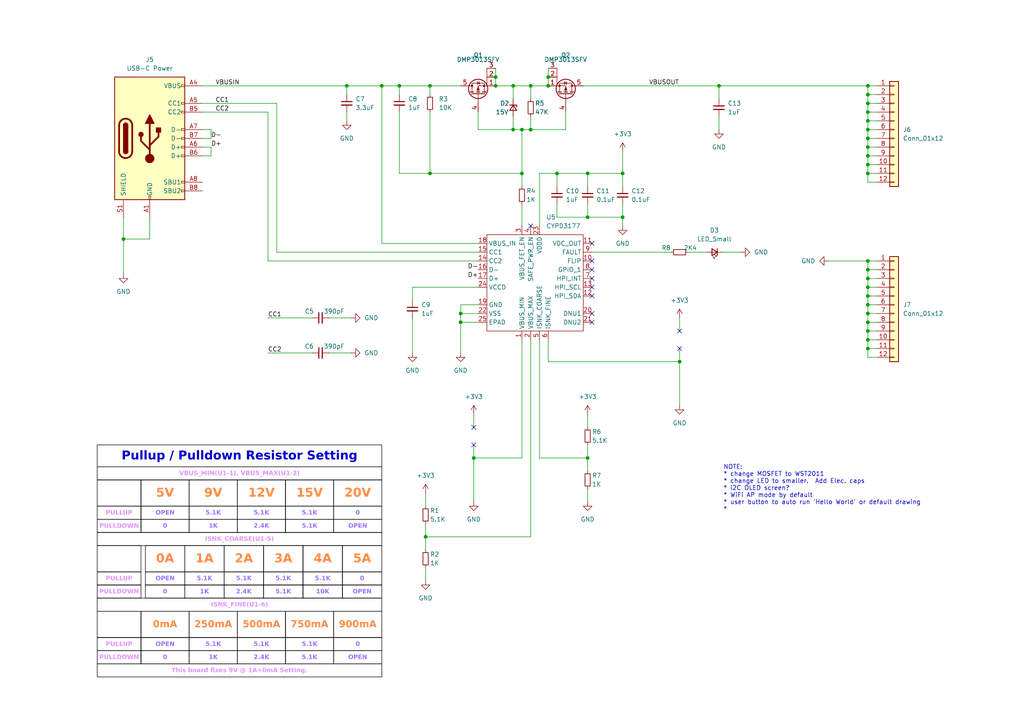
<source format=kicad_sch>
(kicad_sch (version 20230121) (generator eeschema)
  (paper "A4")
  (lib_symbols
    (symbol "Blot:CYPD3177"
      (property "Reference" "U" (at -12.7 15.24 0))
      (property "Value" "CYPD3177" (at 8.89 15.24 0))
      (symbol "CYPD3177_0_1"
        (rectangle (start -13.97 13.97) (end 13.97 -13.97))
      )
      (symbol "CYPD3177_1_1"
        (pin input line (at -3.81 -16.51 90) (length 2.54) (name "VBUS_MIN") (number "1"))
        (pin input line (at 16.51 6.35 180) (length 2.54) (name "FLIP") (number "10"))
        (pin input line (at 16.51 11.43 180) (length 2.54) (name "VDC_OUT") (number "11"))
        (pin input line (at 16.51 -3.81 180) (length 2.54) (name "HPI_SDA") (number "12"))
        (pin input line (at 16.51 -1.27 180) (length 2.54) (name "HPI_SCL") (number "13"))
        (pin input line (at -16.51 6.35 0) (length 2.54) (name "CC2") (number "14"))
        (pin input line (at -16.51 8.89 0) (length 2.54) (name "CC1") (number "15"))
        (pin input line (at -16.51 3.81 0) (length 2.54) (name "D-") (number "16"))
        (pin input line (at -16.51 1.27 0) (length 2.54) (name "D+") (number "17"))
        (pin input line (at -16.51 11.43 0) (length 2.54) (name "VBUS_IN") (number "18"))
        (pin input line (at -16.51 -6.35 0) (length 2.54) (name "GND") (number "19"))
        (pin input line (at -1.27 -16.51 90) (length 2.54) (name "VBUS_MAX") (number "2"))
        (pin input line (at 16.51 -8.89 180) (length 2.54) (name "DNU1") (number "20"))
        (pin input line (at 16.51 -11.43 180) (length 2.54) (name "DNU2") (number "21"))
        (pin input line (at -16.51 -8.89 0) (length 2.54) (name "VSS") (number "22"))
        (pin input line (at 1.27 16.51 270) (length 2.54) (name "VDDD") (number "23"))
        (pin input line (at -16.51 -1.27 0) (length 2.54) (name "VCCD") (number "24"))
        (pin input line (at -16.51 -11.43 0) (length 2.54) (name "EPAD") (number "25"))
        (pin input line (at -3.81 16.51 270) (length 2.54) (name "VBUS_FET_EN") (number "3"))
        (pin input line (at -1.27 16.51 270) (length 2.54) (name "SAFE_PWR_EN") (number "4"))
        (pin input line (at 1.27 -16.51 90) (length 2.54) (name "ISNK_COARSE") (number "5"))
        (pin input line (at 3.81 -16.51 90) (length 2.54) (name "ISNK_FINE") (number "6"))
        (pin input line (at 16.51 1.27 180) (length 2.54) (name "HPI_INT") (number "7"))
        (pin input line (at 16.51 3.81 180) (length 2.54) (name "GPIO_1") (number "8"))
        (pin input line (at 16.51 8.89 180) (length 2.54) (name "FAULT") (number "9"))
      )
    )
    (symbol "Connector:USB_C_Receptacle_USB2.0" (pin_names (offset 1.016))
      (property "Reference" "J" (at -10.16 19.05 0))
      (property "Value" "USB_C_Receptacle_USB2.0" (at 19.05 19.05 0))
      (symbol "USB_C_Receptacle_USB2.0_0_0"
        (rectangle (start -0.254 -17.78) (end 0.254 -16.764))
        (rectangle (start 10.16 -14.986) (end 9.144 -15.494))
        (rectangle (start 10.16 -12.446) (end 9.144 -12.954))
        (rectangle (start 10.16 -4.826) (end 9.144 -5.334))
        (rectangle (start 10.16 -2.286) (end 9.144 -2.794))
        (rectangle (start 10.16 0.254) (end 9.144 -0.254))
        (rectangle (start 10.16 2.794) (end 9.144 2.286))
        (rectangle (start 10.16 7.874) (end 9.144 7.366))
        (rectangle (start 10.16 10.414) (end 9.144 9.906))
        (rectangle (start 10.16 15.494) (end 9.144 14.986))
      )
      (symbol "USB_C_Receptacle_USB2.0_0_1"
        (rectangle (start -10.16 17.78) (end 10.16 -17.78) (stroke (width 0.254)) (fill (type background)))
        (arc (start -8.89 -3.81) (mid -6.985 -5.7067) (end -5.08 -3.81) (stroke (width 0.508)))
        (arc (start -7.62 -3.81) (mid -6.985 -4.4423) (end -6.35 -3.81) (stroke (width 0.254)))
        (arc (start -7.62 -3.81) (mid -6.985 -4.4423) (end -6.35 -3.81) (stroke (width 0.254)) (fill (type outline)))
        (rectangle (start -7.62 -3.81) (end -6.35 3.81) (stroke (width 0.254)) (fill (type outline)))
        (arc (start -6.35 3.81) (mid -6.985 4.4423) (end -7.62 3.81) (stroke (width 0.254)))
        (arc (start -6.35 3.81) (mid -6.985 4.4423) (end -7.62 3.81) (stroke (width 0.254)) (fill (type outline)))
        (arc (start -5.08 3.81) (mid -6.985 5.7067) (end -8.89 3.81) (stroke (width 0.508)))
        (circle (center -2.54 1.143) (radius 0.635) (stroke (width 0.254)) (fill (type outline)))
        (circle (center 0 -5.842) (radius 1.27) (fill (type outline)))
        (polyline (pts (xy -8.89 -3.81) (xy -8.89 3.81)) (stroke (width 0.508)))
        (polyline (pts (xy -5.08 3.81) (xy -5.08 -3.81)) (stroke (width 0.508)))
        (polyline (pts (xy 0 -5.842) (xy 0 4.318)) (stroke (width 0.508)))
        (polyline (pts (xy 0 -3.302) (xy -2.54 -0.762) (xy -2.54 0.508)) (stroke (width 0.508)))
        (polyline (pts (xy 0 -2.032) (xy 2.54 0.508) (xy 2.54 1.778)) (stroke (width 0.508)))
        (polyline (pts (xy -1.27 4.318) (xy 0 6.858) (xy 1.27 4.318) (xy -1.27 4.318)) (stroke (width 0.254)) (fill (type outline)))
        (rectangle (start 1.905 1.778) (end 3.175 3.048) (stroke (width 0.254)) (fill (type outline)))
      )
      (symbol "USB_C_Receptacle_USB2.0_1_1"
        (pin passive line (at 0 -22.86 90) (length 5.08) (name "GND") (number "A1"))
        (pin passive line (at 0 -22.86 90) (length 5.08) hide (name "GND") (number "A12"))
        (pin passive line (at 15.24 15.24 180) (length 5.08) (name "VBUS") (number "A4"))
        (pin bidirectional line (at 15.24 10.16 180) (length 5.08) (name "CC1") (number "A5"))
        (pin bidirectional line (at 15.24 -2.54 180) (length 5.08) (name "D+") (number "A6"))
        (pin bidirectional line (at 15.24 2.54 180) (length 5.08) (name "D-") (number "A7"))
        (pin bidirectional line (at 15.24 -12.7 180) (length 5.08) (name "SBU1") (number "A8"))
        (pin passive line (at 15.24 15.24 180) (length 5.08) hide (name "VBUS") (number "A9"))
        (pin passive line (at 0 -22.86 90) (length 5.08) hide (name "GND") (number "B1"))
        (pin passive line (at 0 -22.86 90) (length 5.08) hide (name "GND") (number "B12"))
        (pin passive line (at 15.24 15.24 180) (length 5.08) hide (name "VBUS") (number "B4"))
        (pin bidirectional line (at 15.24 7.62 180) (length 5.08) (name "CC2") (number "B5"))
        (pin bidirectional line (at 15.24 -5.08 180) (length 5.08) (name "D+") (number "B6"))
        (pin bidirectional line (at 15.24 0 180) (length 5.08) (name "D-") (number "B7"))
        (pin bidirectional line (at 15.24 -15.24 180) (length 5.08) (name "SBU2") (number "B8"))
        (pin passive line (at 15.24 15.24 180) (length 5.08) hide (name "VBUS") (number "B9"))
        (pin passive line (at -7.62 -22.86 90) (length 5.08) (name "SHIELD") (number "S1"))
      )
    )
    (symbol "Connector_Generic:Conn_01x12" (pin_names (offset 1.016) hide)
      (property "Reference" "J" (at 0 15.24 0))
      (property "Value" "Conn_01x12" (at 0 -17.78 0))
      (symbol "Conn_01x12_1_1"
        (rectangle (start -1.27 -15.113) (end 0 -15.367) (stroke (width 0.1524)))
        (rectangle (start -1.27 -12.573) (end 0 -12.827) (stroke (width 0.1524)))
        (rectangle (start -1.27 -10.033) (end 0 -10.287) (stroke (width 0.1524)))
        (rectangle (start -1.27 -7.493) (end 0 -7.747) (stroke (width 0.1524)))
        (rectangle (start -1.27 -4.953) (end 0 -5.207) (stroke (width 0.1524)))
        (rectangle (start -1.27 -2.413) (end 0 -2.667) (stroke (width 0.1524)))
        (rectangle (start -1.27 0.127) (end 0 -0.127) (stroke (width 0.1524)))
        (rectangle (start -1.27 2.667) (end 0 2.413) (stroke (width 0.1524)))
        (rectangle (start -1.27 5.207) (end 0 4.953) (stroke (width 0.1524)))
        (rectangle (start -1.27 7.747) (end 0 7.493) (stroke (width 0.1524)))
        (rectangle (start -1.27 10.287) (end 0 10.033) (stroke (width 0.1524)))
        (rectangle (start -1.27 12.827) (end 0 12.573) (stroke (width 0.1524)))
        (rectangle (start -1.27 13.97) (end 1.27 -16.51) (stroke (width 0.254)) (fill (type background)))
        (pin passive line (at -5.08 12.7 0) (length 3.81) (name "Pin_1") (number "1"))
        (pin passive line (at -5.08 -10.16 0) (length 3.81) (name "Pin_10") (number "10"))
        (pin passive line (at -5.08 -12.7 0) (length 3.81) (name "Pin_11") (number "11"))
        (pin passive line (at -5.08 -15.24 0) (length 3.81) (name "Pin_12") (number "12"))
        (pin passive line (at -5.08 10.16 0) (length 3.81) (name "Pin_2") (number "2"))
        (pin passive line (at -5.08 7.62 0) (length 3.81) (name "Pin_3") (number "3"))
        (pin passive line (at -5.08 5.08 0) (length 3.81) (name "Pin_4") (number "4"))
        (pin passive line (at -5.08 2.54 0) (length 3.81) (name "Pin_5") (number "5"))
        (pin passive line (at -5.08 0 0) (length 3.81) (name "Pin_6") (number "6"))
        (pin passive line (at -5.08 -2.54 0) (length 3.81) (name "Pin_7") (number "7"))
        (pin passive line (at -5.08 -5.08 0) (length 3.81) (name "Pin_8") (number "8"))
        (pin passive line (at -5.08 -7.62 0) (length 3.81) (name "Pin_9") (number "9"))
      )
    )
    (symbol "Device:C_Small" (pin_numbers hide) (pin_names (offset 0.254) hide)
      (property "Reference" "C" (at 0.254 1.778 0))
      (property "Value" "C_Small" (at 0.254 -2.032 0))
      (symbol "C_Small_0_1"
        (polyline (pts (xy -1.524 -0.508) (xy 1.524 -0.508)) (stroke (width 0.3302)))
        (polyline (pts (xy -1.524 0.508) (xy 1.524 0.508)) (stroke (width 0.3048)))
      )
      (symbol "C_Small_1_1"
        (pin passive line (at 0 2.54 270) (length 2.032) (name "~") (number "1"))
        (pin passive line (at 0 -2.54 90) (length 2.032) (name "~") (number "2"))
      )
    )
    (symbol "Device:D_Zener_Small" (pin_numbers hide) (pin_names (offset 0.254) hide)
      (property "Reference" "D" (at 0 2.286 0))
      (property "Value" "D_Zener_Small" (at 0 -2.286 0))
      (symbol "D_Zener_Small_0_1"
        (polyline (pts (xy 0.762 0) (xy -0.762 0)))
        (polyline (pts (xy -0.254 1.016) (xy -0.762 1.016) (xy -0.762 -1.016)) (stroke (width 0.254)))
        (polyline (pts (xy 0.762 1.016) (xy -0.762 0) (xy 0.762 -1.016) (xy 0.762 1.016)) (stroke (width 0.254)))
      )
      (symbol "D_Zener_Small_1_1"
        (pin passive line (at -2.54 0 0) (length 1.778) (name "K") (number "1"))
        (pin passive line (at 2.54 0 180) (length 1.778) (name "A") (number "2"))
      )
    )
    (symbol "Device:LED_Small" (pin_numbers hide) (pin_names (offset 0.254) hide)
      (property "Reference" "D" (at -1.27 3.175 0))
      (property "Value" "LED_Small" (at -4.445 -2.54 0))
      (symbol "LED_Small_0_1"
        (polyline (pts (xy -0.762 -1.016) (xy -0.762 1.016)) (stroke (width 0.254)))
        (polyline (pts (xy 1.016 0) (xy -0.762 0)))
        (polyline (pts (xy 0.762 -1.016) (xy -0.762 0) (xy 0.762 1.016) (xy 0.762 -1.016)) (stroke (width 0.254)))
        (polyline (pts (xy 0 0.762) (xy -0.508 1.27) (xy -0.254 1.27) (xy -0.508 1.27) (xy -0.508 1.016)))
        (polyline (pts (xy 0.508 1.27) (xy 0 1.778) (xy 0.254 1.778) (xy 0 1.778) (xy 0 1.524)))
      )
      (symbol "LED_Small_1_1"
        (pin passive line (at -2.54 0 0) (length 1.778) (name "K") (number "1"))
        (pin passive line (at 2.54 0 180) (length 1.778) (name "A") (number "2"))
      )
    )
    (symbol "Device:R_Small" (pin_numbers hide) (pin_names (offset 0.254) hide)
      (property "Reference" "R" (at 0.762 0.508 0))
      (property "Value" "R_Small" (at 0.762 -1.016 0))
      (symbol "R_Small_0_1"
        (rectangle (start -0.762 1.778) (end 0.762 -1.778) (stroke (width 0.2032)))
      )
      (symbol "R_Small_1_1"
        (pin passive line (at 0 2.54 270) (length 0.762) (name "~") (number "1"))
        (pin passive line (at 0 -2.54 90) (length 0.762) (name "~") (number "2"))
      )
    )
    (symbol "Transistor_FET:DMP3013SFV" (pin_names hide)
      (property "Reference" "Q" (at 5.08 1.905 0))
      (property "Value" "DMP3013SFV" (at 5.08 0 0))
      (symbol "DMP3013SFV_0_1"
        (polyline (pts (xy 0.254 0) (xy -2.54 0)))
        (polyline (pts (xy 0.254 1.905) (xy 0.254 -1.905)) (stroke (width 0.254)))
        (polyline (pts (xy 0.762 -1.27) (xy 0.762 -2.286)) (stroke (width 0.254)))
        (polyline (pts (xy 0.762 0.508) (xy 0.762 -0.508)) (stroke (width 0.254)))
        (polyline (pts (xy 0.762 2.286) (xy 0.762 1.27)) (stroke (width 0.254)))
        (polyline (pts (xy 2.54 2.54) (xy 2.54 1.778)))
        (polyline (pts (xy 7.62 -2.54) (xy 2.54 -2.54)))
        (polyline (pts (xy 2.54 -2.54) (xy 2.54 0) (xy 0.762 0)))
        (polyline (pts (xy 0.762 1.778) (xy 3.302 1.778) (xy 3.302 -1.778) (xy 0.762 -1.778)))
        (polyline (pts (xy 2.286 0) (xy 1.27 0.381) (xy 1.27 -0.381) (xy 2.286 0)) (fill (type outline)))
        (polyline (pts (xy 2.794 -0.508) (xy 2.921 -0.381) (xy 3.683 -0.381) (xy 3.81 -0.254)))
        (polyline (pts (xy 3.302 -0.381) (xy 2.921 0.254) (xy 3.683 0.254) (xy 3.302 -0.381)))
        (circle (center 1.651 0) (radius 2.794) (stroke (width 0.254)))
        (circle (center 2.54 -1.778) (radius 0.254) (fill (type outline)))
        (circle (center 2.54 1.778) (radius 0.254) (fill (type outline)))
      )
      (symbol "DMP3013SFV_1_1"
        (pin passive line (at 2.54 -5.08 90) (length 2.54) (name "S") (number "1"))
        (pin input line (at 5.08 -5.08 90) (length 2.54) (name "2") (number "2"))
        (pin passive line (at 2.54 -5.08 90) (length 2.54) hide (name "S") (number "2"))
        (pin input line (at 7.62 -5.08 90) (length 2.54) (name "3") (number "3"))
        (pin passive line (at 2.54 -5.08 90) (length 2.54) hide (name "S") (number "3"))
        (pin passive line (at -5.08 0 0) (length 2.54) (name "G") (number "4"))
        (pin passive line (at 2.54 5.08 270) (length 2.54) (name "D") (number "5"))
      )
    )
    (symbol "power:+3V3" (power) (pin_names (offset 0))
      (property "Value" "+3V3" (at 0 3.556 0))
      (symbol "+3V3_0_1"
        (polyline (pts (xy -0.762 1.27) (xy 0 2.54)))
        (polyline (pts (xy 0 0) (xy 0 2.54)))
        (polyline (pts (xy 0 2.54) (xy 0.762 1.27)))
      )
      (symbol "+3V3_1_1"
        (pin power_in line (at 0 0 90) (length 0) hide (name "+3V3") (number "1"))
      )
    )
    (symbol "power:GND" (power) (pin_names (offset 0))
      (property "Value" "GND" (at 0 -3.81 0))
      (symbol "GND_0_1"
        (polyline (pts (xy 0 0) (xy 0 -1.27) (xy 1.27 -1.27) (xy 0 -2.54) (xy -1.27 -1.27) (xy 0 -1.27)))
      )
      (symbol "GND_1_1"
        (pin power_in line (at 0 0 270) (length 0) hide (name "GND") (number "1"))
      )
    )
  )
  (junction (at 159.004 22.352))
  (junction (at 251.714 85.852))
  (junction (at 153.924 37.592))
  (junction (at 251.714 93.472))
  (junction (at 143.764 24.892))
  (junction (at 153.924 24.892))
  (junction (at 251.714 35.052))
  (junction (at 251.714 83.312))
  (junction (at 251.714 42.672))
  (junction (at 251.714 24.892))
  (junction (at 159.004 24.892))
  (junction (at 251.714 90.932))
  (junction (at 251.714 78.232))
  (junction (at 148.844 24.892))
  (junction (at 133.604 90.932))
  (junction (at 151.384 50.292))
  (junction (at 115.824 24.892))
  (junction (at 197.104 104.902))
  (junction (at 35.814 69.342))
  (junction (at 170.434 50.292))
  (junction (at 251.714 75.692))
  (junction (at 251.714 98.552))
  (junction (at 251.714 50.292))
  (junction (at 123.444 155.702))
  (junction (at 251.714 45.212))
  (junction (at 170.434 62.992))
  (junction (at 161.544 50.292))
  (junction (at 124.714 50.292))
  (junction (at 143.764 22.352))
  (junction (at 180.594 50.292))
  (junction (at 100.584 24.892))
  (junction (at 124.714 24.892))
  (junction (at 251.714 32.512))
  (junction (at 251.714 101.092))
  (junction (at 251.714 47.752))
  (junction (at 251.714 88.392))
  (junction (at 170.434 132.842))
  (junction (at 180.594 62.992))
  (junction (at 133.604 93.472))
  (junction (at 251.714 27.432))
  (junction (at 251.714 37.592))
  (junction (at 137.414 132.842))
  (junction (at 251.714 29.972))
  (junction (at 110.744 24.892))
  (junction (at 251.714 96.012))
  (junction (at 148.844 37.592))
  (junction (at 251.714 80.772))
  (junction (at 208.534 24.892))
  (junction (at 251.714 40.132))
  (junction (at 151.384 37.592))
  (no_connect (at 197.104 101.092))
  (no_connect (at 171.704 85.852))
  (no_connect (at 137.414 123.952))
  (no_connect (at 171.704 78.232))
  (no_connect (at 137.414 129.032))
  (no_connect (at 171.704 75.692))
  (no_connect (at 171.704 80.772))
  (no_connect (at 197.104 96.012))
  (no_connect (at 171.704 83.312))
  (no_connect (at 171.704 93.472))
  (no_connect (at 171.704 90.932))
  (no_connect (at 153.924 65.532))
  (no_connect (at 171.704 70.612))
  (wire (pts (xy 148.844 24.892) (xy 148.844 28.702)))
  (wire (pts (xy 58.674 24.892) (xy 100.584 24.892)))
  (wire (pts (xy 251.714 24.892) (xy 254.254 24.892)))
  (wire (pts (xy 240.284 75.692) (xy 251.714 75.692)))
  (wire (pts (xy 251.714 93.472) (xy 251.714 96.012)))
  (wire (pts (xy 151.384 37.592) (xy 151.384 50.292)))
  (wire (pts (xy 170.434 120.142) (xy 170.434 123.952)))
  (wire (pts (xy 159.004 19.812) (xy 159.004 22.352)))
  (wire (pts (xy 251.714 42.672) (xy 251.714 40.132)))
  (wire (pts (xy 251.714 29.972) (xy 251.714 27.432)))
  (wire (pts (xy 61.214 40.132) (xy 58.674 40.132)))
  (wire (pts (xy 180.594 62.992) (xy 180.594 65.532)))
  (wire (pts (xy 254.254 83.312) (xy 251.714 83.312)))
  (wire (pts (xy 251.714 24.892) (xy 208.534 24.892)))
  (wire (pts (xy 58.674 42.672) (xy 61.214 42.672)))
  (wire (pts (xy 133.604 90.932) (xy 133.604 93.472)))
  (wire (pts (xy 95.504 102.362) (xy 101.854 102.362)))
  (wire (pts (xy 251.714 32.512) (xy 251.714 29.972)))
  (wire (pts (xy 77.724 92.202) (xy 90.424 92.202)))
  (wire (pts (xy 254.254 37.592) (xy 251.714 37.592)))
  (wire (pts (xy 143.764 19.812) (xy 143.764 22.352)))
  (wire (pts (xy 251.714 35.052) (xy 251.714 32.512)))
  (wire (pts (xy 254.254 47.752) (xy 251.714 47.752)))
  (wire (pts (xy 251.714 40.132) (xy 254.254 40.132)))
  (wire (pts (xy 143.764 24.892) (xy 148.844 24.892)))
  (wire (pts (xy 119.634 83.312) (xy 119.634 87.122)))
  (wire (pts (xy 199.644 73.152) (xy 204.724 73.152)))
  (wire (pts (xy 151.384 37.592) (xy 153.924 37.592)))
  (wire (pts (xy 251.714 103.632) (xy 251.714 101.092)))
  (wire (pts (xy 251.714 83.312) (xy 251.714 85.852)))
  (wire (pts (xy 159.004 104.902) (xy 197.104 104.902)))
  (wire (pts (xy 251.714 75.692) (xy 254.254 75.692)))
  (wire (pts (xy 170.434 50.292) (xy 170.434 54.102)))
  (wire (pts (xy 254.254 29.972) (xy 251.714 29.972)))
  (wire (pts (xy 151.384 59.182) (xy 151.384 65.532)))
  (wire (pts (xy 254.254 78.232) (xy 251.714 78.232)))
  (wire (pts (xy 251.714 88.392) (xy 251.714 85.852)))
  (wire (pts (xy 133.604 93.472) (xy 138.684 93.472)))
  (wire (pts (xy 254.254 27.432) (xy 251.714 27.432)))
  (wire (pts (xy 123.444 155.702) (xy 123.444 159.512)))
  (wire (pts (xy 251.714 93.472) (xy 251.714 90.932)))
  (wire (pts (xy 61.214 42.672) (xy 61.214 45.212)))
  (wire (pts (xy 137.414 120.142) (xy 137.414 123.952)))
  (wire (pts (xy 251.714 90.932) (xy 251.714 88.392)))
  (wire (pts (xy 123.444 164.592) (xy 123.444 168.402)))
  (wire (pts (xy 156.464 98.552) (xy 156.464 132.842)))
  (wire (pts (xy 251.714 47.752) (xy 251.714 45.212)))
  (wire (pts (xy 138.684 32.512) (xy 138.684 37.592)))
  (wire (pts (xy 180.594 50.292) (xy 180.594 54.102)))
  (wire (pts (xy 151.384 50.292) (xy 151.384 54.102)))
  (wire (pts (xy 254.254 98.552) (xy 251.714 98.552)))
  (wire (pts (xy 170.434 59.182) (xy 170.434 62.992)))
  (wire (pts (xy 110.744 70.612) (xy 110.744 24.892)))
  (wire (pts (xy 164.084 37.592) (xy 164.084 32.512)))
  (wire (pts (xy 159.004 22.352) (xy 159.004 24.892)))
  (wire (pts (xy 124.714 24.892) (xy 133.604 24.892)))
  (wire (pts (xy 161.544 50.292) (xy 170.434 50.292)))
  (wire (pts (xy 251.714 83.312) (xy 251.714 80.772)))
  (wire (pts (xy 43.434 69.342) (xy 35.814 69.342)))
  (wire (pts (xy 151.384 98.552) (xy 151.384 132.842)))
  (wire (pts (xy 156.464 65.532) (xy 156.464 50.292)))
  (wire (pts (xy 170.434 129.032) (xy 170.434 132.842)))
  (wire (pts (xy 161.544 62.992) (xy 170.434 62.992)))
  (wire (pts (xy 156.464 50.292) (xy 161.544 50.292)))
  (wire (pts (xy 208.534 33.782) (xy 208.534 37.592)))
  (wire (pts (xy 80.264 29.972) (xy 58.674 29.972)))
  (wire (pts (xy 254.254 32.512) (xy 251.714 32.512)))
  (wire (pts (xy 161.544 50.292) (xy 161.544 54.102)))
  (wire (pts (xy 35.814 69.342) (xy 35.814 79.502)))
  (wire (pts (xy 251.714 101.092) (xy 251.714 98.552)))
  (wire (pts (xy 115.824 24.892) (xy 115.824 27.432)))
  (wire (pts (xy 137.414 129.032) (xy 137.414 132.842)))
  (wire (pts (xy 143.764 22.352) (xy 143.764 24.892)))
  (wire (pts (xy 100.584 24.892) (xy 110.744 24.892)))
  (wire (pts (xy 170.434 132.842) (xy 170.434 136.652)))
  (wire (pts (xy 153.924 37.592) (xy 164.084 37.592)))
  (wire (pts (xy 137.414 132.842) (xy 151.384 132.842)))
  (wire (pts (xy 153.924 28.702) (xy 153.924 24.892)))
  (wire (pts (xy 251.714 98.552) (xy 251.714 96.012)))
  (wire (pts (xy 161.544 59.182) (xy 161.544 62.992)))
  (wire (pts (xy 180.594 43.942) (xy 180.594 50.292)))
  (wire (pts (xy 251.714 52.832) (xy 251.714 50.292)))
  (wire (pts (xy 251.714 42.672) (xy 251.714 45.212)))
  (wire (pts (xy 124.714 32.512) (xy 124.714 50.292)))
  (wire (pts (xy 115.824 32.512) (xy 115.824 50.292)))
  (wire (pts (xy 197.104 104.902) (xy 197.104 117.602)))
  (wire (pts (xy 133.604 90.932) (xy 138.684 90.932)))
  (wire (pts (xy 254.254 93.472) (xy 251.714 93.472)))
  (wire (pts (xy 124.714 24.892) (xy 124.714 27.432)))
  (wire (pts (xy 100.584 32.512) (xy 100.584 35.052)))
  (wire (pts (xy 138.684 73.152) (xy 80.264 73.152)))
  (wire (pts (xy 138.684 88.392) (xy 133.604 88.392)))
  (wire (pts (xy 35.814 69.342) (xy 35.814 62.992)))
  (wire (pts (xy 171.704 73.152) (xy 194.564 73.152)))
  (wire (pts (xy 251.714 96.012) (xy 254.254 96.012)))
  (wire (pts (xy 61.214 45.212) (xy 58.674 45.212)))
  (wire (pts (xy 254.254 80.772) (xy 251.714 80.772)))
  (wire (pts (xy 170.434 62.992) (xy 180.594 62.992)))
  (wire (pts (xy 43.434 62.992) (xy 43.434 69.342)))
  (wire (pts (xy 61.214 37.592) (xy 61.214 40.132)))
  (wire (pts (xy 110.744 24.892) (xy 115.824 24.892)))
  (wire (pts (xy 197.104 92.202) (xy 197.104 96.012)))
  (wire (pts (xy 77.724 32.512) (xy 77.724 75.692)))
  (wire (pts (xy 123.444 143.002) (xy 123.444 146.812)))
  (wire (pts (xy 251.714 37.592) (xy 251.714 40.132)))
  (wire (pts (xy 197.104 101.092) (xy 197.104 104.902)))
  (wire (pts (xy 159.004 98.552) (xy 159.004 104.902)))
  (wire (pts (xy 153.924 98.552) (xy 153.924 155.702)))
  (wire (pts (xy 251.714 85.852) (xy 254.254 85.852)))
  (wire (pts (xy 251.714 37.592) (xy 251.714 35.052)))
  (wire (pts (xy 148.844 33.782) (xy 148.844 37.592)))
  (wire (pts (xy 100.584 24.892) (xy 100.584 27.432)))
  (wire (pts (xy 148.844 37.592) (xy 151.384 37.592)))
  (wire (pts (xy 254.254 52.832) (xy 251.714 52.832)))
  (wire (pts (xy 138.684 37.592) (xy 148.844 37.592)))
  (wire (pts (xy 124.714 50.292) (xy 151.384 50.292)))
  (wire (pts (xy 115.824 24.892) (xy 124.714 24.892)))
  (wire (pts (xy 251.714 80.772) (xy 251.714 78.232)))
  (wire (pts (xy 251.714 50.292) (xy 251.714 47.752)))
  (wire (pts (xy 153.924 33.782) (xy 153.924 37.592)))
  (wire (pts (xy 133.604 88.392) (xy 133.604 90.932)))
  (wire (pts (xy 254.254 101.092) (xy 251.714 101.092)))
  (wire (pts (xy 80.264 73.152) (xy 80.264 29.972)))
  (wire (pts (xy 170.434 50.292) (xy 180.594 50.292)))
  (wire (pts (xy 254.254 88.392) (xy 251.714 88.392)))
  (wire (pts (xy 137.414 132.842) (xy 137.414 145.542)))
  (wire (pts (xy 254.254 90.932) (xy 251.714 90.932)))
  (wire (pts (xy 77.724 75.692) (xy 138.684 75.692)))
  (wire (pts (xy 119.634 92.202) (xy 119.634 102.362)))
  (wire (pts (xy 208.534 24.892) (xy 208.534 28.702)))
  (wire (pts (xy 58.674 37.592) (xy 61.214 37.592)))
  (wire (pts (xy 254.254 42.672) (xy 251.714 42.672)))
  (wire (pts (xy 153.924 24.892) (xy 159.004 24.892)))
  (wire (pts (xy 251.714 78.232) (xy 251.714 75.692)))
  (wire (pts (xy 123.444 155.702) (xy 153.924 155.702)))
  (wire (pts (xy 254.254 35.052) (xy 251.714 35.052)))
  (wire (pts (xy 251.714 45.212) (xy 254.254 45.212)))
  (wire (pts (xy 169.164 24.892) (xy 208.534 24.892)))
  (wire (pts (xy 156.464 132.842) (xy 170.434 132.842)))
  (wire (pts (xy 180.594 59.182) (xy 180.594 62.992)))
  (wire (pts (xy 254.254 103.632) (xy 251.714 103.632)))
  (wire (pts (xy 254.254 50.292) (xy 251.714 50.292)))
  (wire (pts (xy 153.924 24.892) (xy 148.844 24.892)))
  (wire (pts (xy 209.804 73.152) (xy 214.884 73.152)))
  (wire (pts (xy 77.724 102.362) (xy 90.424 102.362)))
  (wire (pts (xy 58.674 32.512) (xy 77.724 32.512)))
  (wire (pts (xy 138.684 70.612) (xy 110.744 70.612)))
  (wire (pts (xy 133.604 93.472) (xy 133.604 102.362)))
  (wire (pts (xy 170.434 141.732) (xy 170.434 145.542)))
  (wire (pts (xy 138.684 83.312) (xy 119.634 83.312)))
  (wire (pts (xy 115.824 50.292) (xy 124.714 50.292)))
  (wire (pts (xy 95.504 92.202) (xy 101.854 92.202)))
  (wire (pts (xy 123.444 151.892) (xy 123.444 155.702)))
  (wire (pts (xy 251.714 27.432) (xy 251.714 24.892)))
  (text_box "OPEN" (at 96.774 188.722 0) (size 13.97 3.81) (stroke (width 0) (color 0 0 0 1)) (effects (font (size 1.27 1.27) (thickness 0.508) bold)))
  (text_box "5.1K" (at 68.834 146.812 0) (size 13.97 3.81) (stroke (width 0) (color 0 0 0 1)) (effects (font (size 1.27 1.27) (thickness 0.508) bold)))
  (text_box "5.1K" (at 82.804 184.912 0) (size 13.97 3.81) (stroke (width 0) (color 0 0 0 1)) (effects (font (size 1.27 1.27) (thickness 0.508) bold)))
  (text_box "2A" (at 65.024 158.242 0) (size 11.43 7.62) (stroke (width 0) (color 0 0 0 1)) (effects (font (size 2.54 2.54) (thickness 0.508) bold)))
  (text_box "0" (at 40.894 150.622 0) (size 13.97 3.81) (stroke (width 0) (color 0 0 0 1)) (effects (font (size 1.27 1.27) (thickness 0.508) bold)))
  (text_box "5.1K" (at 82.804 150.622 0) (size 13.97 3.81) (stroke (width 0) (color 0 0 0 1)) (effects (font (size 1.27 1.27) (thickness 0.508) bold)))
  (text_box "20V" (at 96.774 139.192 0) (size 13.97 7.62) (stroke (width 0) (color 0 0 0 1)) (effects (font (size 2.54 2.54) (thickness 0.508) bold)))
  (text_box "0A\n" (at 42.164 158.242 0) (size 11.43 7.62) (stroke (width 0) (color 0 0 0 1)) (effects (font (size 2.54 2.54) (thickness 0.508) bold)))
  (text_box "9V\n" (at 54.864 139.192 0) (size 13.97 7.62) (stroke (width 0) (color 0 0 0 1)) (effects (font (size 2.54 2.54) (thickness 0.508) bold)))
  (text_box "PULLUP" (at 28.194 165.862 0) (size 12.7 3.81) (stroke (width 0) (color 0 0 0 1)) (effects (font (size 1.27 1.27) (thickness 0.508) bold)))
  (text_box "500mA" (at 68.834 177.292 0) (size 13.97 7.62) (stroke (width 0) (color 0 0 0 1)) (effects (font (size 2 2) (thickness 0.508) bold)))
  (text_box "750mA" (at 82.804 177.292 0) (size 13.97 7.62) (stroke (width 0) (color 0 0 0 1)) (effects (font (size 2 2) (thickness 0.508) bold)))
  (text_box "Pullup / Pulldown Resistor Setting" (at 28.194 129.032 0) (size 82.55 6.35) (stroke (width 0) (color 0 0 0 1)) (effects (font (size 2.54 2.54) (thickness 0.508) bold)))
  (text_box "5.1K" (at 76.454 169.672 0) (size 11.43 3.81) (stroke (width 0) (color 0 0 0 1)) (effects (font (size 1.27 1.27) (thickness 0.508) bold)))
  (text_box "This board fixes 9V @ 1A+0mA Setting." (at 28.194 192.532 0) (size 82.55 3.81) (stroke (width 0) (color 0 0 0 1)) (effects (font (size 1.27 1.27) (thickness 0.508) bold)))
  (text_box "2.4K" (at 68.834 150.622 0) (size 13.97 3.81) (stroke (width 0) (color 0 0 0 1)) (effects (font (size 1.27 1.27) (thickness 0.508) bold)))
  (text_box "" (at 28.194 139.192 0) (size 12.7 7.62) (stroke (width 0) (color 0 0 0 1)) (effects (font (size 2.54 2.54) (thickness 0.508) bold)))
  (text_box "250mA" (at 54.864 177.292 0) (size 13.97 7.62) (stroke (width 0) (color 0 0 0 1)) (effects (font (size 2 2) (thickness 0.508) bold)))
  (text_box "OPEN\n" (at 40.894 184.912 0) (size 13.97 3.81) (stroke (width 0) (color 0 0 0 1)) (effects (font (size 1.27 1.27) (thickness 0.508) bold)))
  (text_box "OPEN\n" (at 42.164 165.862 0) (size 11.43 3.81) (stroke (width 0) (color 0 0 0 1)) (effects (font (size 1.27 1.27) (thickness 0.508) bold)))
  (text_box "" (at 28.194 158.242 0) (size 12.7 7.62) (stroke (width 0) (color 0 0 0 1)) (effects (font (size 2.54 2.54) (thickness 0.508) bold)))
  (text_box "5.1K" (at 76.454 165.862 0) (size 11.43 3.81) (stroke (width 0) (color 0 0 0 1)) (effects (font (size 1.27 1.27) (thickness 0.508) bold)))
  (text_box "OPEN\n" (at 40.894 146.812 0) (size 13.97 3.81) (stroke (width 0) (color 0 0 0 1)) (effects (font (size 1.27 1.27) (thickness 0.508) bold)))
  (text_box "5.1K" (at 54.864 146.812 0) (size 13.97 3.81) (stroke (width 0) (color 0 0 0 1)) (effects (font (size 1.27 1.27) (thickness 0.508) bold)))
  (text_box "10K" (at 87.884 169.672 0) (size 11.43 3.81) (stroke (width 0) (color 0 0 0 1)) (effects (font (size 1.27 1.27) (thickness 0.508) bold)))
  (text_box "5.1K" (at 82.804 188.722 0) (size 13.97 3.81) (stroke (width 0) (color 0 0 0 1)) (effects (font (size 1.27 1.27) (thickness 0.508) bold)))
  (text_box "PULLDOWN" (at 28.194 169.672 0) (size 12.7 3.81) (stroke (width 0) (color 0 0 0 1)) (effects (font (size 1.27 1.27) (thickness 0.508) bold)))
  (text_box "5A" (at 99.314 158.242 0) (size 11.43 7.62) (stroke (width 0) (color 0 0 0 1)) (effects (font (size 2.54 2.54) (thickness 0.508) bold)))
  (text_box "OPEN" (at 96.774 150.622 0) (size 13.97 3.81) (stroke (width 0) (color 0 0 0 1)) (effects (font (size 1.27 1.27) (thickness 0.508) bold)))
  (text_box "0" (at 99.314 165.862 0) (size 11.43 3.81) (stroke (width 0) (color 0 0 0 1)) (effects (font (size 1.27 1.27) (thickness 0.508) bold)))
  (text_box "0\n" (at 96.774 146.812 0) (size 13.97 3.81) (stroke (width 0) (color 0 0 0 1)) (effects (font (size 1.27 1.27) (thickness 0.508) bold)))
  (text_box "5.1K" (at 53.594 165.862 0) (size 11.43 3.81) (stroke (width 0) (color 0 0 0 1)) (effects (font (size 1.27 1.27) (thickness 0.508) bold)))
  (text_box "3A" (at 76.454 158.242 0) (size 11.43 7.62) (stroke (width 0) (color 0 0 0 1)) (effects (font (size 2.54 2.54) (thickness 0.508) bold)))
  (text_box "PULLUP" (at 28.194 184.912 0) (size 12.7 3.81) (stroke (width 0) (color 0 0 0 1)) (effects (font (size 1.27 1.27) (thickness 0.508) bold)))
  (text_box "0" (at 40.894 188.722 0) (size 13.97 3.81) (stroke (width 0) (color 0 0 0 1)) (effects (font (size 1.27 1.27) (thickness 0.508) bold)))
  (text_box "900mA" (at 96.774 177.292 0) (size 13.97 7.62) (stroke (width 0) (color 0 0 0 1)) (effects (font (size 2 2) (thickness 0.508) bold)))
  (text_box "1K" (at 53.594 169.672 0) (size 11.43 3.81) (stroke (width 0) (color 0 0 0 1)) (effects (font (size 1.27 1.27) (thickness 0.508) bold)))
  (text_box "5V" (at 40.894 139.192 0) (size 13.97 7.62) (stroke (width 0) (color 0 0 0 1)) (effects (font (size 2.54 2.54) (thickness 0.508) bold)))
  (text_box "ISNK_COARSE(U1-5)\n" (at 28.194 154.432 0) (size 82.55 3.81) (stroke (width 0) (color 0 0 0 1)) (effects (font (size 1.27 1.27) (thickness 0.508) bold)))
  (text_box "0mA" (at 40.894 177.292 0) (size 13.97 7.62) (stroke (width 0) (color 0 0 0 1)) (effects (font (size 2 2) (thickness 0.508) bold)))
  (text_box "0" (at 42.164 169.672 0) (size 11.43 3.81) (stroke (width 0) (color 0 0 0 1)) (effects (font (size 1.27 1.27) (thickness 0.508) bold)))
  (text_box "OPEN\n" (at 99.314 169.672 0) (size 11.43 3.81) (stroke (width 0) (color 0 0 0 1)) (effects (font (size 1.27 1.27) (thickness 0.508) bold)))
  (text_box "15V" (at 82.804 139.192 0) (size 13.97 7.62) (stroke (width 0) (color 0 0 0 1)) (effects (font (size 2.54 2.54) (thickness 0.508) bold)))
  (text_box "2.4K" (at 68.834 188.722 0) (size 13.97 3.81) (stroke (width 0) (color 0 0 0 1)) (effects (font (size 1.27 1.27) (thickness 0.508) bold)))
  (text_box "12V" (at 68.834 139.192 0) (size 13.97 7.62) (stroke (width 0) (color 0 0 0 1)) (effects (font (size 2.54 2.54) (thickness 0.508) bold)))
  (text_box "PULLDOWN" (at 28.194 150.622 0) (size 12.7 3.81) (stroke (width 0) (color 0 0 0 1)) (effects (font (size 1.27 1.27) (thickness 0.508) bold)))
  (text_box "VBUS_MIN(U1-1), VBUS_MAX(U1-2)" (at 28.194 135.382 0) (size 82.55 3.81) (stroke (width 0) (color 0 0 0 1)) (effects (font (size 1.27 1.27) (thickness 0.508) bold)))
  (text_box "5.1K" (at 82.804 146.812 0) (size 13.97 3.81) (stroke (width 0) (color 0 0 0 1)) (effects (font (size 1.27 1.27) (thickness 0.508) bold)))
  (text_box "5.1K" (at 54.864 184.912 0) (size 13.97 3.81) (stroke (width 0) (color 0 0 0 1)) (effects (font (size 1.27 1.27) (thickness 0.508) bold)))
  (text_box "PULLDOWN" (at 28.194 188.722 0) (size 12.7 3.81) (stroke (width 0) (color 0 0 0 1)) (effects (font (size 1.27 1.27) (thickness 0.508) bold)))
  (text_box "1K" (at 54.864 150.622 0) (size 13.97 3.81) (stroke (width 0) (color 0 0 0 1)) (effects (font (size 1.27 1.27) (thickness 0.508) bold)))
  (text_box "1K" (at 54.864 188.722 0) (size 13.97 3.81) (stroke (width 0) (color 0 0 0 1)) (effects (font (size 1.27 1.27) (thickness 0.508) bold)))
  (text_box "5.1K" (at 65.024 165.862 0) (size 11.43 3.81) (stroke (width 0) (color 0 0 0 1)) (effects (font (size 1.27 1.27) (thickness 0.508) bold)))
  (text_box "PULLUP" (at 28.194 146.812 0) (size 12.7 3.81) (stroke (width 0) (color 0 0 0 1)) (effects (font (size 1.27 1.27) (thickness 0.508) bold)))
  (text_box "2.4K" (at 65.024 169.672 0) (size 11.43 3.81) (stroke (width 0) (color 0 0 0 1)) (effects (font (size 1.27 1.27) (thickness 0.508) bold)))
  (text_box "4A" (at 87.884 158.242 0) (size 11.43 7.62) (stroke (width 0) (color 0 0 0 1)) (effects (font (size 2.54 2.54) (thickness 0.508) bold)))
  (text_box "0\n" (at 96.774 184.912 0) (size 13.97 3.81) (stroke (width 0) (color 0 0 0 1)) (effects (font (size 1.27 1.27) (thickness 0.508) bold)))
  (text_box "ISNK_FINE(U1-6)\n" (at 28.194 173.482 0) (size 82.55 3.81) (stroke (width 0) (color 0 0 0 1)) (effects (font (size 1.27 1.27) (thickness 0.508) bold)))
  (text_box "1A" (at 53.594 158.242 0) (size 11.43 7.62) (stroke (width 0) (color 0 0 0 1)) (effects (font (size 2.54 2.54) (thickness 0.508) bold)))
  (text_box "" (at 28.194 177.292 0) (size 12.7 7.62) (stroke (width 0) (color 0 0 0 1)) (effects (font (size 2.54 2.54) (thickness 0.508) bold)))
  (text_box "5.1K" (at 68.834 184.912 0) (size 13.97 3.81) (stroke (width 0) (color 0 0 0 1)) (effects (font (size 1.27 1.27) (thickness 0.508) bold)))
  (text_box "5.1K" (at 87.884 165.862 0) (size 11.43 3.81) (stroke (width 0) (color 0 0 0 1)) (effects (font (size 1.27 1.27) (thickness 0.508) bold)))
  (text "NOTE:  \n* change MOSFET to WST2011\n* change LED to smaller.  Add Elec. caps\n* i2C OLED screen?\n* WiFi AP mode by default\n* user button to auto run 'Hello World' or default drawing\n* \n" (at 209.804 148.59 0) (effects (font (size 1.27 1.27)) (justify left bottom)))
  (text "" (at 65.024 168.402 0) (effects (font (size 1.27 1.27)) (justify left bottom)))
  (label "VBUSIN" (at 62.484 24.892 0))
  (label "D+" (at 138.684 80.772 180))
  (label "CC2" (at 77.724 102.362 0))
  (label "VBUSOUT" (at 188.214 24.892 0))
  (label "D-" (at 61.214 40.132 0))
  (label "D-" (at 138.684 78.232 180))
  (label "D+" (at 61.214 42.672 0))
  (label "CC1" (at 77.724 92.202 0))
  (label "CC2" (at 62.484 32.512 0))
  (label "CC1" (at 62.484 29.972 0))
  (symbol (lib_id "Connector_Generic:Conn_01x12") (at 259.334 37.592 0) (unit 1)
    (property "Reference" "J6" (at 261.874 37.592 0) (effects (justify left)))
    (property "Value" "Conn_01x12" (at 261.874 40.132 0) (effects (justify left)))
    (property "Footprint" "Connector_PinHeader_2.54mm:PinHeader_1x12_P2.54mm_Vertical" (effects hide))
  )
  (symbol (lib_id "power:GND") (at 137.414 145.542 0) (unit 1)
    (property "Reference" "#PWR031" (effects hide))
    (property "Value" "GND" (at 137.414 150.622 0))
  )
  (symbol (lib_id "Transistor_FET:DMP3013SFV") (at 164.084 27.432 270) (mirror x) (unit 1)
    (property "Reference" "Q2" (at 164.084 16.002 90))
    (property "Value" "DMP3013SFV" (at 164.084 17.272 90))
    (property "Footprint" "Package_SON:Diodes_PowerDI3333-8" (effects hide))
    (property "Datasheet" "https://www.diodes.com/assets/Datasheets/DMP3013SFV.pdf" (effects hide))
  )
  (symbol (lib_id "Device:C_Small") (at 119.634 89.662 0) (unit 1)
    (property "Reference" "C9" (at 122.174 88.3983 0) (effects (justify left)))
    (property "Value" "1uF" (at 122.174 90.9383 0) (effects (justify left)))
    (property "Footprint" "Capacitor_SMD:C_0603_1608Metric_Pad1.08x0.95mm_HandSolder" (effects hide))
  )
  (symbol (lib_id "power:GND") (at 133.604 102.362 0) (unit 1)
    (property "Reference" "#PWR029" (effects hide))
    (property "Value" "GND" (at 133.604 107.442 0))
  )
  (symbol (lib_id "Device:R_Small") (at 123.444 149.352 0) (unit 1)
    (property "Reference" "R1" (at 124.714 148.082 0) (effects (justify left)))
    (property "Value" "5.1K" (at 124.714 150.622 0) (effects (justify left)))
    (property "Footprint" "Resistor_SMD:R_0603_1608Metric_Pad0.98x0.95mm_HandSolder" (effects hide))
  )
  (symbol (lib_id "power:GND") (at 197.104 117.602 0) (unit 1)
    (property "Reference" "#PWR037" (effects hide))
    (property "Value" "GND" (at 197.104 122.682 0))
  )
  (symbol (lib_id "power:GND") (at 170.434 145.542 0) (unit 1)
    (property "Reference" "#PWR033" (effects hide))
    (property "Value" "GND" (at 170.434 150.622 0))
  )
  (symbol (lib_id "Connector:USB_C_Receptacle_USB2.0") (at 43.434 40.132 0) (unit 1)
    (property "Reference" "J5" (at 43.434 17.272 0))
    (property "Value" "USB-C Power" (at 43.434 19.812 0))
    (property "Footprint" "Connector_USB:USB_C_Receptacle_HRO_TYPE-C-31-M-12" (effects hide))
    (property "Datasheet" "https://www.usb.org/sites/default/files/documents/usb_type-c.zip" (effects hide))
  )
  (symbol (lib_id "Device:R_Small") (at 170.434 126.492 0) (unit 1)
    (property "Reference" "R6" (at 171.704 125.222 0) (effects (justify left)))
    (property "Value" "5.1K" (at 171.704 127.762 0) (effects (justify left)))
    (property "Footprint" "Resistor_SMD:R_0603_1608Metric_Pad0.98x0.95mm_HandSolder" (effects hide))
  )
  (symbol (lib_id "Device:R_Small") (at 124.714 29.972 0) (unit 1)
    (property "Reference" "R3" (at 127.254 28.702 0) (effects (justify left)))
    (property "Value" "10K" (at 127.254 31.242 0) (effects (justify left)))
    (property "Footprint" "Resistor_SMD:R_0603_1608Metric_Pad0.98x0.95mm_HandSolder" (effects hide))
  )
  (symbol (lib_id "Device:C_Small") (at 92.964 92.202 90) (unit 1)
    (property "Reference" "C5" (at 91.059 90.297 90) (effects (justify left)))
    (property "Value" "390pF" (at 99.949 90.297 90) (effects (justify left)))
    (property "Footprint" "Capacitor_SMD:C_0603_1608Metric_Pad1.08x0.95mm_HandSolder" (effects hide))
  )
  (symbol (lib_id "power:GND") (at 214.884 73.152 90) (unit 1)
    (property "Reference" "#PWR039" (effects hide))
    (property "Value" "GND" (at 218.694 73.152 90) (effects (justify right)))
  )
  (symbol (lib_id "power:GND") (at 119.634 102.362 0) (unit 1)
    (property "Reference" "#PWR026" (effects hide))
    (property "Value" "GND" (at 119.634 107.442 0))
  )
  (symbol (lib_id "power:GND") (at 208.534 37.592 0) (unit 1)
    (property "Reference" "#PWR038" (effects hide))
    (property "Value" "GND" (at 208.534 42.672 0))
  )
  (symbol (lib_id "Transistor_FET:DMP3013SFV") (at 138.684 27.432 90) (unit 1)
    (property "Reference" "Q1" (at 138.684 16.002 90))
    (property "Value" "DMP3013SFV" (at 138.684 17.272 90))
    (property "Footprint" "Package_SON:Diodes_PowerDI3333-8" (effects hide))
    (property "Datasheet" "https://www.diodes.com/assets/Datasheets/DMP3013SFV.pdf" (effects hide))
  )
  (symbol (lib_id "power:GND") (at 240.284 75.692 270) (unit 1)
    (property "Reference" "#PWR040" (effects hide))
    (property "Value" "GND" (at 236.474 75.692 90) (effects (justify right)))
  )
  (symbol (lib_id "Device:R_Small") (at 153.924 31.242 0) (unit 1)
    (property "Reference" "R5" (at 155.194 29.972 0) (effects (justify left)))
    (property "Value" "47K" (at 155.194 32.512 0) (effects (justify left)))
    (property "Footprint" "Resistor_SMD:R_0603_1608Metric_Pad0.98x0.95mm_HandSolder" (effects hide))
  )
  (symbol (lib_id "Device:R_Small") (at 197.104 73.152 90) (unit 1)
    (property "Reference" "R8" (at 194.564 71.882 90) (effects (justify left)))
    (property "Value" "2K4" (at 202.184 71.882 90) (effects (justify left)))
    (property "Footprint" "Resistor_SMD:R_0603_1608Metric_Pad0.98x0.95mm_HandSolder" (effects hide))
  )
  (symbol (lib_id "power:GND") (at 35.814 79.502 0) (unit 1)
    (property "Reference" "#PWR022" (effects hide))
    (property "Value" "GND" (at 35.814 84.582 0))
  )
  (symbol (lib_id "Device:C_Small") (at 180.594 56.642 0) (unit 1)
    (property "Reference" "C12" (at 183.134 55.3783 0) (effects (justify left)))
    (property "Value" "0.1uF" (at 183.134 57.9183 0) (effects (justify left)))
    (property "Footprint" "Capacitor_SMD:C_0603_1608Metric_Pad1.08x0.95mm_HandSolder" (effects hide))
  )
  (symbol (lib_id "power:+3V3") (at 197.104 92.202 0) (unit 1)
    (property "Reference" "#PWR036" (effects hide))
    (property "Value" "+3V3" (at 197.104 87.122 0))
  )
  (symbol (lib_id "Device:C_Small") (at 92.964 102.362 90) (unit 1)
    (property "Reference" "C6" (at 91.059 100.457 90) (effects (justify left)))
    (property "Value" "390pF" (at 99.949 100.457 90) (effects (justify left)))
    (property "Footprint" "Capacitor_SMD:C_0603_1608Metric_Pad1.08x0.95mm_HandSolder" (effects hide))
  )
  (symbol (lib_id "power:GND") (at 101.854 102.362 90) (unit 1)
    (property "Reference" "#PWR025" (effects hide))
    (property "Value" "GND" (at 105.664 102.362 90) (effects (justify right)))
  )
  (symbol (lib_id "power:+3V3") (at 137.414 120.142 0) (unit 1)
    (property "Reference" "#PWR030" (effects hide))
    (property "Value" "+3V3" (at 137.414 115.062 0))
  )
  (symbol (lib_id "power:+3V3") (at 170.434 120.142 0) (unit 1)
    (property "Reference" "#PWR032" (effects hide))
    (property "Value" "+3V3" (at 170.434 115.062 0))
  )
  (symbol (lib_id "Device:C_Small") (at 115.824 29.972 0) (unit 1)
    (property "Reference" "C8" (at 118.364 28.7083 0) (effects (justify left)))
    (property "Value" "1uF" (at 118.364 31.2483 0) (effects (justify left)))
    (property "Footprint" "Capacitor_SMD:C_0603_1608Metric_Pad1.08x0.95mm_HandSolder" (effects hide))
  )
  (symbol (lib_id "Device:LED_Small") (at 207.264 73.152 180) (unit 1)
    (property "Reference" "D3" (at 207.2005 66.802 0))
    (property "Value" "LED_Small" (at 207.2005 69.342 0))
    (property "Footprint" "LED_SMD:LED_0805_2012Metric_Pad1.15x1.40mm_HandSolder" (effects hide))
  )
  (symbol (lib_id "Blot:CYPD3177") (at 155.194 82.042 0) (unit 1)
    (property "Reference" "U5" (at 158.4199 62.992 0) (effects (justify left)))
    (property "Value" "CYPD3177" (at 158.4199 65.532 0) (effects (justify left)))
    (property "Footprint" "Package_DFN_QFN:QFN-24-1EP_4x4mm_P0.5mm_EP2.7x2.7mm" (effects hide))
  )
  (symbol (lib_id "Device:C_Small") (at 161.544 56.642 0) (unit 1)
    (property "Reference" "C10" (at 164.084 55.3783 0) (effects (justify left)))
    (property "Value" "1uF" (at 164.084 57.9183 0) (effects (justify left)))
    (property "Footprint" "Capacitor_SMD:C_0603_1608Metric_Pad1.08x0.95mm_HandSolder" (effects hide))
  )
  (symbol (lib_id "Device:D_Zener_Small") (at 148.844 31.242 270) (unit 1)
    (property "Reference" "D2" (at 145.034 29.972 90) (effects (justify left)))
    (property "Value" "15V" (at 143.764 32.512 90) (effects (justify left)))
    (property "Footprint" "Diode_SMD:D_SOD-323F" (effects hide))
  )
  (symbol (lib_id "Device:C_Small") (at 100.584 29.972 0) (unit 1)
    (property "Reference" "C7" (at 103.124 28.7083 0) (effects (justify left)))
    (property "Value" "3.3uF" (at 103.124 31.2483 0) (effects (justify left)))
    (property "Footprint" "Capacitor_SMD:C_0805_2012Metric_Pad1.18x1.45mm_HandSolder" (effects hide))
  )
  (symbol (lib_id "power:GND") (at 123.444 168.402 0) (unit 1)
    (property "Reference" "#PWR028" (effects hide))
    (property "Value" "GND" (at 123.444 173.482 0))
  )
  (symbol (lib_id "Device:C_Small") (at 170.434 56.642 0) (unit 1)
    (property "Reference" "C11" (at 172.974 55.3783 0) (effects (justify left)))
    (property "Value" "0.1uF" (at 172.974 57.9183 0) (effects (justify left)))
    (property "Footprint" "Capacitor_SMD:C_0603_1608Metric_Pad1.08x0.95mm_HandSolder" (effects hide))
  )
  (symbol (lib_id "power:+3V3") (at 180.594 43.942 0) (unit 1)
    (property "Reference" "#PWR034" (effects hide))
    (property "Value" "+3V3" (at 180.594 38.862 0))
  )
  (symbol (lib_id "power:GND") (at 100.584 35.052 0) (unit 1)
    (property "Reference" "#PWR023" (effects hide))
    (property "Value" "GND" (at 100.584 40.132 0))
  )
  (symbol (lib_id "power:+3V3") (at 123.444 143.002 0) (unit 1)
    (property "Reference" "#PWR027" (effects hide))
    (property "Value" "+3V3" (at 123.444 137.922 0))
  )
  (symbol (lib_id "Device:R_Small") (at 170.434 139.192 0) (unit 1)
    (property "Reference" "R7" (at 171.704 137.922 0) (effects (justify left)))
    (property "Value" "1K" (at 171.704 140.462 0) (effects (justify left)))
    (property "Footprint" "Resistor_SMD:R_0603_1608Metric_Pad0.98x0.95mm_HandSolder" (effects hide))
  )
  (symbol (lib_id "power:GND") (at 101.854 92.202 90) (unit 1)
    (property "Reference" "#PWR024" (effects hide))
    (property "Value" "GND" (at 105.664 92.202 90) (effects (justify right)))
  )
  (symbol (lib_id "Device:C_Small") (at 208.534 31.242 0) (unit 1)
    (property "Reference" "C13" (at 211.074 29.9783 0) (effects (justify left)))
    (property "Value" "1uF" (at 211.074 32.5183 0) (effects (justify left)))
    (property "Footprint" "Capacitor_SMD:C_0603_1608Metric_Pad1.08x0.95mm_HandSolder" (effects hide))
  )
  (symbol (lib_id "Device:R_Small") (at 151.384 56.642 0) (unit 1)
    (property "Reference" "R4" (at 152.654 55.372 0) (effects (justify left)))
    (property "Value" "1K" (at 152.654 57.912 0) (effects (justify left)))
    (property "Footprint" "Resistor_SMD:R_0603_1608Metric_Pad0.98x0.95mm_HandSolder" (effects hide))
  )
  (symbol (lib_id "Device:R_Small") (at 123.444 162.052 0) (unit 1)
    (property "Reference" "R2" (at 124.714 160.782 0) (effects (justify left)))
    (property "Value" "1K" (at 124.714 163.322 0) (effects (justify left)))
    (property "Footprint" "Resistor_SMD:R_0603_1608Metric_Pad0.98x0.95mm_HandSolder" (effects hide))
  )
  (symbol (lib_id "Connector_Generic:Conn_01x12") (at 259.334 88.392 0) (unit 1)
    (property "Reference" "J7" (at 261.874 88.392 0) (effects (justify left)))
    (property "Value" "Conn_01x12" (at 261.874 90.932 0) (effects (justify left)))
    (property "Footprint" "Connector_PinHeader_2.54mm:PinHeader_1x12_P2.54mm_Vertical" (effects hide))
  )
  (symbol (lib_id "power:GND") (at 180.594 65.532 0) (unit 1)
    (property "Reference" "#PWR035" (effects hide))
    (property "Value" "GND" (at 180.594 70.612 0))
  )
)
</source>
